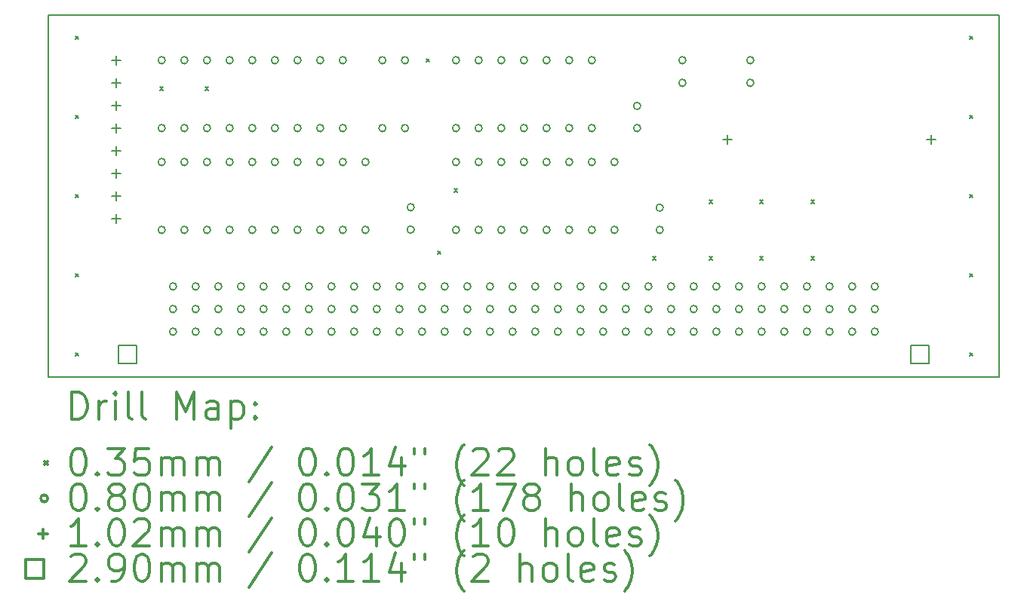
<source format=gbr>
%FSLAX45Y45*%
G04 Gerber Fmt 4.5, Leading zero omitted, Abs format (unit mm)*
G04 Created by KiCad (PCBNEW 4.0.1-stable) date 11.07.2016 22:37:17*
%MOMM*%
G01*
G04 APERTURE LIST*
%ADD10C,0.127000*%
%ADD11C,0.150000*%
%ADD12C,0.200000*%
%ADD13C,0.300000*%
G04 APERTURE END LIST*
D10*
D11*
X3810000Y-14478000D02*
X3810000Y-10414000D01*
X14478000Y-14478000D02*
X3810000Y-14478000D01*
X14478000Y-10414000D02*
X14478000Y-14478000D01*
X3810000Y-10414000D02*
X14478000Y-10414000D01*
D12*
X4110000Y-10650500D02*
X4145000Y-10685500D01*
X4145000Y-10650500D02*
X4110000Y-10685500D01*
X4110000Y-11539500D02*
X4145000Y-11574500D01*
X4145000Y-11539500D02*
X4110000Y-11574500D01*
X4110000Y-12428500D02*
X4145000Y-12463500D01*
X4145000Y-12428500D02*
X4110000Y-12463500D01*
X4110000Y-13317500D02*
X4145000Y-13352500D01*
X4145000Y-13317500D02*
X4110000Y-13352500D01*
X4110000Y-14206500D02*
X4145000Y-14241500D01*
X4145000Y-14206500D02*
X4110000Y-14241500D01*
X5062500Y-11222000D02*
X5097500Y-11257000D01*
X5097500Y-11222000D02*
X5062500Y-11257000D01*
X5570500Y-11222000D02*
X5605500Y-11257000D01*
X5605500Y-11222000D02*
X5570500Y-11257000D01*
X8047000Y-10904500D02*
X8082000Y-10939500D01*
X8082000Y-10904500D02*
X8047000Y-10939500D01*
X8174000Y-13063500D02*
X8209000Y-13098500D01*
X8209000Y-13063500D02*
X8174000Y-13098500D01*
X8364500Y-12365000D02*
X8399500Y-12400000D01*
X8399500Y-12365000D02*
X8364500Y-12400000D01*
X10587000Y-13127000D02*
X10622000Y-13162000D01*
X10622000Y-13127000D02*
X10587000Y-13162000D01*
X11222000Y-12492000D02*
X11257000Y-12527000D01*
X11257000Y-12492000D02*
X11222000Y-12527000D01*
X11222000Y-13127000D02*
X11257000Y-13162000D01*
X11257000Y-13127000D02*
X11222000Y-13162000D01*
X11793500Y-12492000D02*
X11828500Y-12527000D01*
X11828500Y-12492000D02*
X11793500Y-12527000D01*
X11793500Y-13127000D02*
X11828500Y-13162000D01*
X11828500Y-13127000D02*
X11793500Y-13162000D01*
X12365000Y-12492000D02*
X12400000Y-12527000D01*
X12400000Y-12492000D02*
X12365000Y-12527000D01*
X12365000Y-13127000D02*
X12400000Y-13162000D01*
X12400000Y-13127000D02*
X12365000Y-13162000D01*
X14143000Y-10650500D02*
X14178000Y-10685500D01*
X14178000Y-10650500D02*
X14143000Y-10685500D01*
X14143000Y-11539500D02*
X14178000Y-11574500D01*
X14178000Y-11539500D02*
X14143000Y-11574500D01*
X14143000Y-12428500D02*
X14178000Y-12463500D01*
X14178000Y-12428500D02*
X14143000Y-12463500D01*
X14143000Y-13317500D02*
X14178000Y-13352500D01*
X14178000Y-13317500D02*
X14143000Y-13352500D01*
X14143000Y-14206500D02*
X14178000Y-14241500D01*
X14178000Y-14206500D02*
X14143000Y-14241500D01*
X5120000Y-10922000D02*
G75*
G03X5120000Y-10922000I-40000J0D01*
G01*
X5120000Y-11684000D02*
G75*
G03X5120000Y-11684000I-40000J0D01*
G01*
X5120000Y-12065000D02*
G75*
G03X5120000Y-12065000I-40000J0D01*
G01*
X5120000Y-12827000D02*
G75*
G03X5120000Y-12827000I-40000J0D01*
G01*
X5247000Y-13462000D02*
G75*
G03X5247000Y-13462000I-40000J0D01*
G01*
X5247000Y-13716000D02*
G75*
G03X5247000Y-13716000I-40000J0D01*
G01*
X5247000Y-13970000D02*
G75*
G03X5247000Y-13970000I-40000J0D01*
G01*
X5374000Y-10922000D02*
G75*
G03X5374000Y-10922000I-40000J0D01*
G01*
X5374000Y-11684000D02*
G75*
G03X5374000Y-11684000I-40000J0D01*
G01*
X5374000Y-12065000D02*
G75*
G03X5374000Y-12065000I-40000J0D01*
G01*
X5374000Y-12827000D02*
G75*
G03X5374000Y-12827000I-40000J0D01*
G01*
X5501000Y-13462000D02*
G75*
G03X5501000Y-13462000I-40000J0D01*
G01*
X5501000Y-13716000D02*
G75*
G03X5501000Y-13716000I-40000J0D01*
G01*
X5501000Y-13970000D02*
G75*
G03X5501000Y-13970000I-40000J0D01*
G01*
X5628000Y-10922000D02*
G75*
G03X5628000Y-10922000I-40000J0D01*
G01*
X5628000Y-11684000D02*
G75*
G03X5628000Y-11684000I-40000J0D01*
G01*
X5628000Y-12065000D02*
G75*
G03X5628000Y-12065000I-40000J0D01*
G01*
X5628000Y-12827000D02*
G75*
G03X5628000Y-12827000I-40000J0D01*
G01*
X5755000Y-13462000D02*
G75*
G03X5755000Y-13462000I-40000J0D01*
G01*
X5755000Y-13716000D02*
G75*
G03X5755000Y-13716000I-40000J0D01*
G01*
X5755000Y-13970000D02*
G75*
G03X5755000Y-13970000I-40000J0D01*
G01*
X5882000Y-10922000D02*
G75*
G03X5882000Y-10922000I-40000J0D01*
G01*
X5882000Y-11684000D02*
G75*
G03X5882000Y-11684000I-40000J0D01*
G01*
X5882000Y-12065000D02*
G75*
G03X5882000Y-12065000I-40000J0D01*
G01*
X5882000Y-12827000D02*
G75*
G03X5882000Y-12827000I-40000J0D01*
G01*
X6009000Y-13462000D02*
G75*
G03X6009000Y-13462000I-40000J0D01*
G01*
X6009000Y-13716000D02*
G75*
G03X6009000Y-13716000I-40000J0D01*
G01*
X6009000Y-13970000D02*
G75*
G03X6009000Y-13970000I-40000J0D01*
G01*
X6136000Y-10922000D02*
G75*
G03X6136000Y-10922000I-40000J0D01*
G01*
X6136000Y-11684000D02*
G75*
G03X6136000Y-11684000I-40000J0D01*
G01*
X6136000Y-12065000D02*
G75*
G03X6136000Y-12065000I-40000J0D01*
G01*
X6136000Y-12827000D02*
G75*
G03X6136000Y-12827000I-40000J0D01*
G01*
X6263000Y-13462000D02*
G75*
G03X6263000Y-13462000I-40000J0D01*
G01*
X6263000Y-13716000D02*
G75*
G03X6263000Y-13716000I-40000J0D01*
G01*
X6263000Y-13970000D02*
G75*
G03X6263000Y-13970000I-40000J0D01*
G01*
X6390000Y-10922000D02*
G75*
G03X6390000Y-10922000I-40000J0D01*
G01*
X6390000Y-11684000D02*
G75*
G03X6390000Y-11684000I-40000J0D01*
G01*
X6390000Y-12065000D02*
G75*
G03X6390000Y-12065000I-40000J0D01*
G01*
X6390000Y-12827000D02*
G75*
G03X6390000Y-12827000I-40000J0D01*
G01*
X6517000Y-13462000D02*
G75*
G03X6517000Y-13462000I-40000J0D01*
G01*
X6517000Y-13716000D02*
G75*
G03X6517000Y-13716000I-40000J0D01*
G01*
X6517000Y-13970000D02*
G75*
G03X6517000Y-13970000I-40000J0D01*
G01*
X6644000Y-10922000D02*
G75*
G03X6644000Y-10922000I-40000J0D01*
G01*
X6644000Y-11684000D02*
G75*
G03X6644000Y-11684000I-40000J0D01*
G01*
X6644000Y-12065000D02*
G75*
G03X6644000Y-12065000I-40000J0D01*
G01*
X6644000Y-12827000D02*
G75*
G03X6644000Y-12827000I-40000J0D01*
G01*
X6771000Y-13462000D02*
G75*
G03X6771000Y-13462000I-40000J0D01*
G01*
X6771000Y-13716000D02*
G75*
G03X6771000Y-13716000I-40000J0D01*
G01*
X6771000Y-13970000D02*
G75*
G03X6771000Y-13970000I-40000J0D01*
G01*
X6898000Y-10922000D02*
G75*
G03X6898000Y-10922000I-40000J0D01*
G01*
X6898000Y-11684000D02*
G75*
G03X6898000Y-11684000I-40000J0D01*
G01*
X6898000Y-12065000D02*
G75*
G03X6898000Y-12065000I-40000J0D01*
G01*
X6898000Y-12827000D02*
G75*
G03X6898000Y-12827000I-40000J0D01*
G01*
X7025000Y-13462000D02*
G75*
G03X7025000Y-13462000I-40000J0D01*
G01*
X7025000Y-13716000D02*
G75*
G03X7025000Y-13716000I-40000J0D01*
G01*
X7025000Y-13970000D02*
G75*
G03X7025000Y-13970000I-40000J0D01*
G01*
X7152000Y-10922000D02*
G75*
G03X7152000Y-10922000I-40000J0D01*
G01*
X7152000Y-11684000D02*
G75*
G03X7152000Y-11684000I-40000J0D01*
G01*
X7152000Y-12065000D02*
G75*
G03X7152000Y-12065000I-40000J0D01*
G01*
X7152000Y-12827000D02*
G75*
G03X7152000Y-12827000I-40000J0D01*
G01*
X7279000Y-13462000D02*
G75*
G03X7279000Y-13462000I-40000J0D01*
G01*
X7279000Y-13716000D02*
G75*
G03X7279000Y-13716000I-40000J0D01*
G01*
X7279000Y-13970000D02*
G75*
G03X7279000Y-13970000I-40000J0D01*
G01*
X7406000Y-12065000D02*
G75*
G03X7406000Y-12065000I-40000J0D01*
G01*
X7406000Y-12827000D02*
G75*
G03X7406000Y-12827000I-40000J0D01*
G01*
X7533000Y-13462000D02*
G75*
G03X7533000Y-13462000I-40000J0D01*
G01*
X7533000Y-13716000D02*
G75*
G03X7533000Y-13716000I-40000J0D01*
G01*
X7533000Y-13970000D02*
G75*
G03X7533000Y-13970000I-40000J0D01*
G01*
X7596500Y-10922000D02*
G75*
G03X7596500Y-10922000I-40000J0D01*
G01*
X7596500Y-11684000D02*
G75*
G03X7596500Y-11684000I-40000J0D01*
G01*
X7787000Y-13462000D02*
G75*
G03X7787000Y-13462000I-40000J0D01*
G01*
X7787000Y-13716000D02*
G75*
G03X7787000Y-13716000I-40000J0D01*
G01*
X7787000Y-13970000D02*
G75*
G03X7787000Y-13970000I-40000J0D01*
G01*
X7850500Y-10922000D02*
G75*
G03X7850500Y-10922000I-40000J0D01*
G01*
X7850500Y-11684000D02*
G75*
G03X7850500Y-11684000I-40000J0D01*
G01*
X7914000Y-12573000D02*
G75*
G03X7914000Y-12573000I-40000J0D01*
G01*
X7914000Y-12823000D02*
G75*
G03X7914000Y-12823000I-40000J0D01*
G01*
X8041000Y-13462000D02*
G75*
G03X8041000Y-13462000I-40000J0D01*
G01*
X8041000Y-13716000D02*
G75*
G03X8041000Y-13716000I-40000J0D01*
G01*
X8041000Y-13970000D02*
G75*
G03X8041000Y-13970000I-40000J0D01*
G01*
X8295000Y-13462000D02*
G75*
G03X8295000Y-13462000I-40000J0D01*
G01*
X8295000Y-13716000D02*
G75*
G03X8295000Y-13716000I-40000J0D01*
G01*
X8295000Y-13970000D02*
G75*
G03X8295000Y-13970000I-40000J0D01*
G01*
X8422000Y-10922000D02*
G75*
G03X8422000Y-10922000I-40000J0D01*
G01*
X8422000Y-11684000D02*
G75*
G03X8422000Y-11684000I-40000J0D01*
G01*
X8422000Y-12065000D02*
G75*
G03X8422000Y-12065000I-40000J0D01*
G01*
X8422000Y-12827000D02*
G75*
G03X8422000Y-12827000I-40000J0D01*
G01*
X8549000Y-13462000D02*
G75*
G03X8549000Y-13462000I-40000J0D01*
G01*
X8549000Y-13716000D02*
G75*
G03X8549000Y-13716000I-40000J0D01*
G01*
X8549000Y-13970000D02*
G75*
G03X8549000Y-13970000I-40000J0D01*
G01*
X8676000Y-10922000D02*
G75*
G03X8676000Y-10922000I-40000J0D01*
G01*
X8676000Y-11684000D02*
G75*
G03X8676000Y-11684000I-40000J0D01*
G01*
X8676000Y-12065000D02*
G75*
G03X8676000Y-12065000I-40000J0D01*
G01*
X8676000Y-12827000D02*
G75*
G03X8676000Y-12827000I-40000J0D01*
G01*
X8803000Y-13462000D02*
G75*
G03X8803000Y-13462000I-40000J0D01*
G01*
X8803000Y-13716000D02*
G75*
G03X8803000Y-13716000I-40000J0D01*
G01*
X8803000Y-13970000D02*
G75*
G03X8803000Y-13970000I-40000J0D01*
G01*
X8930000Y-10922000D02*
G75*
G03X8930000Y-10922000I-40000J0D01*
G01*
X8930000Y-11684000D02*
G75*
G03X8930000Y-11684000I-40000J0D01*
G01*
X8930000Y-12065000D02*
G75*
G03X8930000Y-12065000I-40000J0D01*
G01*
X8930000Y-12827000D02*
G75*
G03X8930000Y-12827000I-40000J0D01*
G01*
X9057000Y-13462000D02*
G75*
G03X9057000Y-13462000I-40000J0D01*
G01*
X9057000Y-13716000D02*
G75*
G03X9057000Y-13716000I-40000J0D01*
G01*
X9057000Y-13970000D02*
G75*
G03X9057000Y-13970000I-40000J0D01*
G01*
X9184000Y-10922000D02*
G75*
G03X9184000Y-10922000I-40000J0D01*
G01*
X9184000Y-11684000D02*
G75*
G03X9184000Y-11684000I-40000J0D01*
G01*
X9184000Y-12065000D02*
G75*
G03X9184000Y-12065000I-40000J0D01*
G01*
X9184000Y-12827000D02*
G75*
G03X9184000Y-12827000I-40000J0D01*
G01*
X9311000Y-13462000D02*
G75*
G03X9311000Y-13462000I-40000J0D01*
G01*
X9311000Y-13716000D02*
G75*
G03X9311000Y-13716000I-40000J0D01*
G01*
X9311000Y-13970000D02*
G75*
G03X9311000Y-13970000I-40000J0D01*
G01*
X9438000Y-10922000D02*
G75*
G03X9438000Y-10922000I-40000J0D01*
G01*
X9438000Y-11684000D02*
G75*
G03X9438000Y-11684000I-40000J0D01*
G01*
X9438000Y-12065000D02*
G75*
G03X9438000Y-12065000I-40000J0D01*
G01*
X9438000Y-12827000D02*
G75*
G03X9438000Y-12827000I-40000J0D01*
G01*
X9565000Y-13462000D02*
G75*
G03X9565000Y-13462000I-40000J0D01*
G01*
X9565000Y-13716000D02*
G75*
G03X9565000Y-13716000I-40000J0D01*
G01*
X9565000Y-13970000D02*
G75*
G03X9565000Y-13970000I-40000J0D01*
G01*
X9692000Y-10922000D02*
G75*
G03X9692000Y-10922000I-40000J0D01*
G01*
X9692000Y-11684000D02*
G75*
G03X9692000Y-11684000I-40000J0D01*
G01*
X9692000Y-12065000D02*
G75*
G03X9692000Y-12065000I-40000J0D01*
G01*
X9692000Y-12827000D02*
G75*
G03X9692000Y-12827000I-40000J0D01*
G01*
X9819000Y-13462000D02*
G75*
G03X9819000Y-13462000I-40000J0D01*
G01*
X9819000Y-13716000D02*
G75*
G03X9819000Y-13716000I-40000J0D01*
G01*
X9819000Y-13970000D02*
G75*
G03X9819000Y-13970000I-40000J0D01*
G01*
X9946000Y-10922000D02*
G75*
G03X9946000Y-10922000I-40000J0D01*
G01*
X9946000Y-11684000D02*
G75*
G03X9946000Y-11684000I-40000J0D01*
G01*
X9946000Y-12065000D02*
G75*
G03X9946000Y-12065000I-40000J0D01*
G01*
X9946000Y-12827000D02*
G75*
G03X9946000Y-12827000I-40000J0D01*
G01*
X10073000Y-13462000D02*
G75*
G03X10073000Y-13462000I-40000J0D01*
G01*
X10073000Y-13716000D02*
G75*
G03X10073000Y-13716000I-40000J0D01*
G01*
X10073000Y-13970000D02*
G75*
G03X10073000Y-13970000I-40000J0D01*
G01*
X10200000Y-12065000D02*
G75*
G03X10200000Y-12065000I-40000J0D01*
G01*
X10200000Y-12827000D02*
G75*
G03X10200000Y-12827000I-40000J0D01*
G01*
X10327000Y-13462000D02*
G75*
G03X10327000Y-13462000I-40000J0D01*
G01*
X10327000Y-13716000D02*
G75*
G03X10327000Y-13716000I-40000J0D01*
G01*
X10327000Y-13970000D02*
G75*
G03X10327000Y-13970000I-40000J0D01*
G01*
X10454000Y-11434000D02*
G75*
G03X10454000Y-11434000I-40000J0D01*
G01*
X10454000Y-11684000D02*
G75*
G03X10454000Y-11684000I-40000J0D01*
G01*
X10581000Y-13462000D02*
G75*
G03X10581000Y-13462000I-40000J0D01*
G01*
X10581000Y-13716000D02*
G75*
G03X10581000Y-13716000I-40000J0D01*
G01*
X10581000Y-13970000D02*
G75*
G03X10581000Y-13970000I-40000J0D01*
G01*
X10708000Y-12577000D02*
G75*
G03X10708000Y-12577000I-40000J0D01*
G01*
X10708000Y-12827000D02*
G75*
G03X10708000Y-12827000I-40000J0D01*
G01*
X10835000Y-13462000D02*
G75*
G03X10835000Y-13462000I-40000J0D01*
G01*
X10835000Y-13716000D02*
G75*
G03X10835000Y-13716000I-40000J0D01*
G01*
X10835000Y-13970000D02*
G75*
G03X10835000Y-13970000I-40000J0D01*
G01*
X10962000Y-10922000D02*
G75*
G03X10962000Y-10922000I-40000J0D01*
G01*
X10962000Y-11176000D02*
G75*
G03X10962000Y-11176000I-40000J0D01*
G01*
X11089000Y-13462000D02*
G75*
G03X11089000Y-13462000I-40000J0D01*
G01*
X11089000Y-13716000D02*
G75*
G03X11089000Y-13716000I-40000J0D01*
G01*
X11089000Y-13970000D02*
G75*
G03X11089000Y-13970000I-40000J0D01*
G01*
X11343000Y-13462000D02*
G75*
G03X11343000Y-13462000I-40000J0D01*
G01*
X11343000Y-13716000D02*
G75*
G03X11343000Y-13716000I-40000J0D01*
G01*
X11343000Y-13970000D02*
G75*
G03X11343000Y-13970000I-40000J0D01*
G01*
X11597000Y-13462000D02*
G75*
G03X11597000Y-13462000I-40000J0D01*
G01*
X11597000Y-13716000D02*
G75*
G03X11597000Y-13716000I-40000J0D01*
G01*
X11597000Y-13970000D02*
G75*
G03X11597000Y-13970000I-40000J0D01*
G01*
X11724000Y-10922000D02*
G75*
G03X11724000Y-10922000I-40000J0D01*
G01*
X11724000Y-11176000D02*
G75*
G03X11724000Y-11176000I-40000J0D01*
G01*
X11851000Y-13462000D02*
G75*
G03X11851000Y-13462000I-40000J0D01*
G01*
X11851000Y-13716000D02*
G75*
G03X11851000Y-13716000I-40000J0D01*
G01*
X11851000Y-13970000D02*
G75*
G03X11851000Y-13970000I-40000J0D01*
G01*
X12105000Y-13462000D02*
G75*
G03X12105000Y-13462000I-40000J0D01*
G01*
X12105000Y-13716000D02*
G75*
G03X12105000Y-13716000I-40000J0D01*
G01*
X12105000Y-13970000D02*
G75*
G03X12105000Y-13970000I-40000J0D01*
G01*
X12359000Y-13462000D02*
G75*
G03X12359000Y-13462000I-40000J0D01*
G01*
X12359000Y-13716000D02*
G75*
G03X12359000Y-13716000I-40000J0D01*
G01*
X12359000Y-13970000D02*
G75*
G03X12359000Y-13970000I-40000J0D01*
G01*
X12613000Y-13462000D02*
G75*
G03X12613000Y-13462000I-40000J0D01*
G01*
X12613000Y-13716000D02*
G75*
G03X12613000Y-13716000I-40000J0D01*
G01*
X12613000Y-13970000D02*
G75*
G03X12613000Y-13970000I-40000J0D01*
G01*
X12867000Y-13462000D02*
G75*
G03X12867000Y-13462000I-40000J0D01*
G01*
X12867000Y-13716000D02*
G75*
G03X12867000Y-13716000I-40000J0D01*
G01*
X12867000Y-13970000D02*
G75*
G03X12867000Y-13970000I-40000J0D01*
G01*
X13121000Y-13462000D02*
G75*
G03X13121000Y-13462000I-40000J0D01*
G01*
X13121000Y-13716000D02*
G75*
G03X13121000Y-13716000I-40000J0D01*
G01*
X13121000Y-13970000D02*
G75*
G03X13121000Y-13970000I-40000J0D01*
G01*
X4572000Y-10871200D02*
X4572000Y-10972800D01*
X4521200Y-10922000D02*
X4622800Y-10922000D01*
X4572000Y-11125200D02*
X4572000Y-11226800D01*
X4521200Y-11176000D02*
X4622800Y-11176000D01*
X4572000Y-11379200D02*
X4572000Y-11480800D01*
X4521200Y-11430000D02*
X4622800Y-11430000D01*
X4572000Y-11633200D02*
X4572000Y-11734800D01*
X4521200Y-11684000D02*
X4622800Y-11684000D01*
X4572000Y-11887200D02*
X4572000Y-11988800D01*
X4521200Y-11938000D02*
X4622800Y-11938000D01*
X4572000Y-12141200D02*
X4572000Y-12242800D01*
X4521200Y-12192000D02*
X4622800Y-12192000D01*
X4572000Y-12395200D02*
X4572000Y-12496800D01*
X4521200Y-12446000D02*
X4622800Y-12446000D01*
X4572000Y-12649200D02*
X4572000Y-12750800D01*
X4521200Y-12700000D02*
X4622800Y-12700000D01*
X11430000Y-11760200D02*
X11430000Y-11861800D01*
X11379200Y-11811000D02*
X11480800Y-11811000D01*
X13716000Y-11760200D02*
X13716000Y-11861800D01*
X13665200Y-11811000D02*
X13766800Y-11811000D01*
X4801556Y-14326555D02*
X4801556Y-14121444D01*
X4596445Y-14121444D01*
X4596445Y-14326555D01*
X4801556Y-14326555D01*
X13691555Y-14326555D02*
X13691555Y-14121444D01*
X13486444Y-14121444D01*
X13486444Y-14326555D01*
X13691555Y-14326555D01*
D13*
X4073928Y-14951214D02*
X4073928Y-14651214D01*
X4145357Y-14651214D01*
X4188214Y-14665500D01*
X4216786Y-14694071D01*
X4231071Y-14722643D01*
X4245357Y-14779786D01*
X4245357Y-14822643D01*
X4231071Y-14879786D01*
X4216786Y-14908357D01*
X4188214Y-14936929D01*
X4145357Y-14951214D01*
X4073928Y-14951214D01*
X4373929Y-14951214D02*
X4373929Y-14751214D01*
X4373929Y-14808357D02*
X4388214Y-14779786D01*
X4402500Y-14765500D01*
X4431071Y-14751214D01*
X4459643Y-14751214D01*
X4559643Y-14951214D02*
X4559643Y-14751214D01*
X4559643Y-14651214D02*
X4545357Y-14665500D01*
X4559643Y-14679786D01*
X4573929Y-14665500D01*
X4559643Y-14651214D01*
X4559643Y-14679786D01*
X4745357Y-14951214D02*
X4716786Y-14936929D01*
X4702500Y-14908357D01*
X4702500Y-14651214D01*
X4902500Y-14951214D02*
X4873929Y-14936929D01*
X4859643Y-14908357D01*
X4859643Y-14651214D01*
X5245357Y-14951214D02*
X5245357Y-14651214D01*
X5345357Y-14865500D01*
X5445357Y-14651214D01*
X5445357Y-14951214D01*
X5716786Y-14951214D02*
X5716786Y-14794071D01*
X5702500Y-14765500D01*
X5673928Y-14751214D01*
X5616786Y-14751214D01*
X5588214Y-14765500D01*
X5716786Y-14936929D02*
X5688214Y-14951214D01*
X5616786Y-14951214D01*
X5588214Y-14936929D01*
X5573929Y-14908357D01*
X5573929Y-14879786D01*
X5588214Y-14851214D01*
X5616786Y-14836929D01*
X5688214Y-14836929D01*
X5716786Y-14822643D01*
X5859643Y-14751214D02*
X5859643Y-15051214D01*
X5859643Y-14765500D02*
X5888214Y-14751214D01*
X5945357Y-14751214D01*
X5973928Y-14765500D01*
X5988214Y-14779786D01*
X6002500Y-14808357D01*
X6002500Y-14894071D01*
X5988214Y-14922643D01*
X5973928Y-14936929D01*
X5945357Y-14951214D01*
X5888214Y-14951214D01*
X5859643Y-14936929D01*
X6131071Y-14922643D02*
X6145357Y-14936929D01*
X6131071Y-14951214D01*
X6116786Y-14936929D01*
X6131071Y-14922643D01*
X6131071Y-14951214D01*
X6131071Y-14765500D02*
X6145357Y-14779786D01*
X6131071Y-14794071D01*
X6116786Y-14779786D01*
X6131071Y-14765500D01*
X6131071Y-14794071D01*
X3767500Y-15428000D02*
X3802500Y-15463000D01*
X3802500Y-15428000D02*
X3767500Y-15463000D01*
X4131071Y-15281214D02*
X4159643Y-15281214D01*
X4188214Y-15295500D01*
X4202500Y-15309786D01*
X4216786Y-15338357D01*
X4231071Y-15395500D01*
X4231071Y-15466929D01*
X4216786Y-15524071D01*
X4202500Y-15552643D01*
X4188214Y-15566929D01*
X4159643Y-15581214D01*
X4131071Y-15581214D01*
X4102500Y-15566929D01*
X4088214Y-15552643D01*
X4073928Y-15524071D01*
X4059643Y-15466929D01*
X4059643Y-15395500D01*
X4073928Y-15338357D01*
X4088214Y-15309786D01*
X4102500Y-15295500D01*
X4131071Y-15281214D01*
X4359643Y-15552643D02*
X4373929Y-15566929D01*
X4359643Y-15581214D01*
X4345357Y-15566929D01*
X4359643Y-15552643D01*
X4359643Y-15581214D01*
X4473928Y-15281214D02*
X4659643Y-15281214D01*
X4559643Y-15395500D01*
X4602500Y-15395500D01*
X4631071Y-15409786D01*
X4645357Y-15424071D01*
X4659643Y-15452643D01*
X4659643Y-15524071D01*
X4645357Y-15552643D01*
X4631071Y-15566929D01*
X4602500Y-15581214D01*
X4516786Y-15581214D01*
X4488214Y-15566929D01*
X4473928Y-15552643D01*
X4931071Y-15281214D02*
X4788214Y-15281214D01*
X4773929Y-15424071D01*
X4788214Y-15409786D01*
X4816786Y-15395500D01*
X4888214Y-15395500D01*
X4916786Y-15409786D01*
X4931071Y-15424071D01*
X4945357Y-15452643D01*
X4945357Y-15524071D01*
X4931071Y-15552643D01*
X4916786Y-15566929D01*
X4888214Y-15581214D01*
X4816786Y-15581214D01*
X4788214Y-15566929D01*
X4773929Y-15552643D01*
X5073929Y-15581214D02*
X5073929Y-15381214D01*
X5073929Y-15409786D02*
X5088214Y-15395500D01*
X5116786Y-15381214D01*
X5159643Y-15381214D01*
X5188214Y-15395500D01*
X5202500Y-15424071D01*
X5202500Y-15581214D01*
X5202500Y-15424071D02*
X5216786Y-15395500D01*
X5245357Y-15381214D01*
X5288214Y-15381214D01*
X5316786Y-15395500D01*
X5331071Y-15424071D01*
X5331071Y-15581214D01*
X5473929Y-15581214D02*
X5473929Y-15381214D01*
X5473929Y-15409786D02*
X5488214Y-15395500D01*
X5516786Y-15381214D01*
X5559643Y-15381214D01*
X5588214Y-15395500D01*
X5602500Y-15424071D01*
X5602500Y-15581214D01*
X5602500Y-15424071D02*
X5616786Y-15395500D01*
X5645357Y-15381214D01*
X5688214Y-15381214D01*
X5716786Y-15395500D01*
X5731071Y-15424071D01*
X5731071Y-15581214D01*
X6316786Y-15266929D02*
X6059643Y-15652643D01*
X6702500Y-15281214D02*
X6731071Y-15281214D01*
X6759643Y-15295500D01*
X6773928Y-15309786D01*
X6788214Y-15338357D01*
X6802500Y-15395500D01*
X6802500Y-15466929D01*
X6788214Y-15524071D01*
X6773928Y-15552643D01*
X6759643Y-15566929D01*
X6731071Y-15581214D01*
X6702500Y-15581214D01*
X6673928Y-15566929D01*
X6659643Y-15552643D01*
X6645357Y-15524071D01*
X6631071Y-15466929D01*
X6631071Y-15395500D01*
X6645357Y-15338357D01*
X6659643Y-15309786D01*
X6673928Y-15295500D01*
X6702500Y-15281214D01*
X6931071Y-15552643D02*
X6945357Y-15566929D01*
X6931071Y-15581214D01*
X6916786Y-15566929D01*
X6931071Y-15552643D01*
X6931071Y-15581214D01*
X7131071Y-15281214D02*
X7159643Y-15281214D01*
X7188214Y-15295500D01*
X7202500Y-15309786D01*
X7216785Y-15338357D01*
X7231071Y-15395500D01*
X7231071Y-15466929D01*
X7216785Y-15524071D01*
X7202500Y-15552643D01*
X7188214Y-15566929D01*
X7159643Y-15581214D01*
X7131071Y-15581214D01*
X7102500Y-15566929D01*
X7088214Y-15552643D01*
X7073928Y-15524071D01*
X7059643Y-15466929D01*
X7059643Y-15395500D01*
X7073928Y-15338357D01*
X7088214Y-15309786D01*
X7102500Y-15295500D01*
X7131071Y-15281214D01*
X7516785Y-15581214D02*
X7345357Y-15581214D01*
X7431071Y-15581214D02*
X7431071Y-15281214D01*
X7402500Y-15324071D01*
X7373928Y-15352643D01*
X7345357Y-15366929D01*
X7773928Y-15381214D02*
X7773928Y-15581214D01*
X7702500Y-15266929D02*
X7631071Y-15481214D01*
X7816785Y-15481214D01*
X7916786Y-15281214D02*
X7916786Y-15338357D01*
X8031071Y-15281214D02*
X8031071Y-15338357D01*
X8473928Y-15695500D02*
X8459643Y-15681214D01*
X8431071Y-15638357D01*
X8416786Y-15609786D01*
X8402500Y-15566929D01*
X8388214Y-15495500D01*
X8388214Y-15438357D01*
X8402500Y-15366929D01*
X8416786Y-15324071D01*
X8431071Y-15295500D01*
X8459643Y-15252643D01*
X8473928Y-15238357D01*
X8573928Y-15309786D02*
X8588214Y-15295500D01*
X8616786Y-15281214D01*
X8688214Y-15281214D01*
X8716786Y-15295500D01*
X8731071Y-15309786D01*
X8745357Y-15338357D01*
X8745357Y-15366929D01*
X8731071Y-15409786D01*
X8559643Y-15581214D01*
X8745357Y-15581214D01*
X8859643Y-15309786D02*
X8873928Y-15295500D01*
X8902500Y-15281214D01*
X8973928Y-15281214D01*
X9002500Y-15295500D01*
X9016786Y-15309786D01*
X9031071Y-15338357D01*
X9031071Y-15366929D01*
X9016786Y-15409786D01*
X8845357Y-15581214D01*
X9031071Y-15581214D01*
X9388214Y-15581214D02*
X9388214Y-15281214D01*
X9516786Y-15581214D02*
X9516786Y-15424071D01*
X9502500Y-15395500D01*
X9473928Y-15381214D01*
X9431071Y-15381214D01*
X9402500Y-15395500D01*
X9388214Y-15409786D01*
X9702500Y-15581214D02*
X9673928Y-15566929D01*
X9659643Y-15552643D01*
X9645357Y-15524071D01*
X9645357Y-15438357D01*
X9659643Y-15409786D01*
X9673928Y-15395500D01*
X9702500Y-15381214D01*
X9745357Y-15381214D01*
X9773928Y-15395500D01*
X9788214Y-15409786D01*
X9802500Y-15438357D01*
X9802500Y-15524071D01*
X9788214Y-15552643D01*
X9773928Y-15566929D01*
X9745357Y-15581214D01*
X9702500Y-15581214D01*
X9973928Y-15581214D02*
X9945357Y-15566929D01*
X9931071Y-15538357D01*
X9931071Y-15281214D01*
X10202500Y-15566929D02*
X10173929Y-15581214D01*
X10116786Y-15581214D01*
X10088214Y-15566929D01*
X10073929Y-15538357D01*
X10073929Y-15424071D01*
X10088214Y-15395500D01*
X10116786Y-15381214D01*
X10173929Y-15381214D01*
X10202500Y-15395500D01*
X10216786Y-15424071D01*
X10216786Y-15452643D01*
X10073929Y-15481214D01*
X10331071Y-15566929D02*
X10359643Y-15581214D01*
X10416786Y-15581214D01*
X10445357Y-15566929D01*
X10459643Y-15538357D01*
X10459643Y-15524071D01*
X10445357Y-15495500D01*
X10416786Y-15481214D01*
X10373929Y-15481214D01*
X10345357Y-15466929D01*
X10331071Y-15438357D01*
X10331071Y-15424071D01*
X10345357Y-15395500D01*
X10373929Y-15381214D01*
X10416786Y-15381214D01*
X10445357Y-15395500D01*
X10559643Y-15695500D02*
X10573929Y-15681214D01*
X10602500Y-15638357D01*
X10616786Y-15609786D01*
X10631071Y-15566929D01*
X10645357Y-15495500D01*
X10645357Y-15438357D01*
X10631071Y-15366929D01*
X10616786Y-15324071D01*
X10602500Y-15295500D01*
X10573929Y-15252643D01*
X10559643Y-15238357D01*
X3802500Y-15841500D02*
G75*
G03X3802500Y-15841500I-40000J0D01*
G01*
X4131071Y-15677214D02*
X4159643Y-15677214D01*
X4188214Y-15691500D01*
X4202500Y-15705786D01*
X4216786Y-15734357D01*
X4231071Y-15791500D01*
X4231071Y-15862929D01*
X4216786Y-15920071D01*
X4202500Y-15948643D01*
X4188214Y-15962929D01*
X4159643Y-15977214D01*
X4131071Y-15977214D01*
X4102500Y-15962929D01*
X4088214Y-15948643D01*
X4073928Y-15920071D01*
X4059643Y-15862929D01*
X4059643Y-15791500D01*
X4073928Y-15734357D01*
X4088214Y-15705786D01*
X4102500Y-15691500D01*
X4131071Y-15677214D01*
X4359643Y-15948643D02*
X4373929Y-15962929D01*
X4359643Y-15977214D01*
X4345357Y-15962929D01*
X4359643Y-15948643D01*
X4359643Y-15977214D01*
X4545357Y-15805786D02*
X4516786Y-15791500D01*
X4502500Y-15777214D01*
X4488214Y-15748643D01*
X4488214Y-15734357D01*
X4502500Y-15705786D01*
X4516786Y-15691500D01*
X4545357Y-15677214D01*
X4602500Y-15677214D01*
X4631071Y-15691500D01*
X4645357Y-15705786D01*
X4659643Y-15734357D01*
X4659643Y-15748643D01*
X4645357Y-15777214D01*
X4631071Y-15791500D01*
X4602500Y-15805786D01*
X4545357Y-15805786D01*
X4516786Y-15820071D01*
X4502500Y-15834357D01*
X4488214Y-15862929D01*
X4488214Y-15920071D01*
X4502500Y-15948643D01*
X4516786Y-15962929D01*
X4545357Y-15977214D01*
X4602500Y-15977214D01*
X4631071Y-15962929D01*
X4645357Y-15948643D01*
X4659643Y-15920071D01*
X4659643Y-15862929D01*
X4645357Y-15834357D01*
X4631071Y-15820071D01*
X4602500Y-15805786D01*
X4845357Y-15677214D02*
X4873929Y-15677214D01*
X4902500Y-15691500D01*
X4916786Y-15705786D01*
X4931071Y-15734357D01*
X4945357Y-15791500D01*
X4945357Y-15862929D01*
X4931071Y-15920071D01*
X4916786Y-15948643D01*
X4902500Y-15962929D01*
X4873929Y-15977214D01*
X4845357Y-15977214D01*
X4816786Y-15962929D01*
X4802500Y-15948643D01*
X4788214Y-15920071D01*
X4773929Y-15862929D01*
X4773929Y-15791500D01*
X4788214Y-15734357D01*
X4802500Y-15705786D01*
X4816786Y-15691500D01*
X4845357Y-15677214D01*
X5073929Y-15977214D02*
X5073929Y-15777214D01*
X5073929Y-15805786D02*
X5088214Y-15791500D01*
X5116786Y-15777214D01*
X5159643Y-15777214D01*
X5188214Y-15791500D01*
X5202500Y-15820071D01*
X5202500Y-15977214D01*
X5202500Y-15820071D02*
X5216786Y-15791500D01*
X5245357Y-15777214D01*
X5288214Y-15777214D01*
X5316786Y-15791500D01*
X5331071Y-15820071D01*
X5331071Y-15977214D01*
X5473929Y-15977214D02*
X5473929Y-15777214D01*
X5473929Y-15805786D02*
X5488214Y-15791500D01*
X5516786Y-15777214D01*
X5559643Y-15777214D01*
X5588214Y-15791500D01*
X5602500Y-15820071D01*
X5602500Y-15977214D01*
X5602500Y-15820071D02*
X5616786Y-15791500D01*
X5645357Y-15777214D01*
X5688214Y-15777214D01*
X5716786Y-15791500D01*
X5731071Y-15820071D01*
X5731071Y-15977214D01*
X6316786Y-15662929D02*
X6059643Y-16048643D01*
X6702500Y-15677214D02*
X6731071Y-15677214D01*
X6759643Y-15691500D01*
X6773928Y-15705786D01*
X6788214Y-15734357D01*
X6802500Y-15791500D01*
X6802500Y-15862929D01*
X6788214Y-15920071D01*
X6773928Y-15948643D01*
X6759643Y-15962929D01*
X6731071Y-15977214D01*
X6702500Y-15977214D01*
X6673928Y-15962929D01*
X6659643Y-15948643D01*
X6645357Y-15920071D01*
X6631071Y-15862929D01*
X6631071Y-15791500D01*
X6645357Y-15734357D01*
X6659643Y-15705786D01*
X6673928Y-15691500D01*
X6702500Y-15677214D01*
X6931071Y-15948643D02*
X6945357Y-15962929D01*
X6931071Y-15977214D01*
X6916786Y-15962929D01*
X6931071Y-15948643D01*
X6931071Y-15977214D01*
X7131071Y-15677214D02*
X7159643Y-15677214D01*
X7188214Y-15691500D01*
X7202500Y-15705786D01*
X7216785Y-15734357D01*
X7231071Y-15791500D01*
X7231071Y-15862929D01*
X7216785Y-15920071D01*
X7202500Y-15948643D01*
X7188214Y-15962929D01*
X7159643Y-15977214D01*
X7131071Y-15977214D01*
X7102500Y-15962929D01*
X7088214Y-15948643D01*
X7073928Y-15920071D01*
X7059643Y-15862929D01*
X7059643Y-15791500D01*
X7073928Y-15734357D01*
X7088214Y-15705786D01*
X7102500Y-15691500D01*
X7131071Y-15677214D01*
X7331071Y-15677214D02*
X7516785Y-15677214D01*
X7416785Y-15791500D01*
X7459643Y-15791500D01*
X7488214Y-15805786D01*
X7502500Y-15820071D01*
X7516785Y-15848643D01*
X7516785Y-15920071D01*
X7502500Y-15948643D01*
X7488214Y-15962929D01*
X7459643Y-15977214D01*
X7373928Y-15977214D01*
X7345357Y-15962929D01*
X7331071Y-15948643D01*
X7802500Y-15977214D02*
X7631071Y-15977214D01*
X7716785Y-15977214D02*
X7716785Y-15677214D01*
X7688214Y-15720071D01*
X7659643Y-15748643D01*
X7631071Y-15762929D01*
X7916786Y-15677214D02*
X7916786Y-15734357D01*
X8031071Y-15677214D02*
X8031071Y-15734357D01*
X8473928Y-16091500D02*
X8459643Y-16077214D01*
X8431071Y-16034357D01*
X8416786Y-16005786D01*
X8402500Y-15962929D01*
X8388214Y-15891500D01*
X8388214Y-15834357D01*
X8402500Y-15762929D01*
X8416786Y-15720071D01*
X8431071Y-15691500D01*
X8459643Y-15648643D01*
X8473928Y-15634357D01*
X8745357Y-15977214D02*
X8573928Y-15977214D01*
X8659643Y-15977214D02*
X8659643Y-15677214D01*
X8631071Y-15720071D01*
X8602500Y-15748643D01*
X8573928Y-15762929D01*
X8845357Y-15677214D02*
X9045357Y-15677214D01*
X8916786Y-15977214D01*
X9202500Y-15805786D02*
X9173928Y-15791500D01*
X9159643Y-15777214D01*
X9145357Y-15748643D01*
X9145357Y-15734357D01*
X9159643Y-15705786D01*
X9173928Y-15691500D01*
X9202500Y-15677214D01*
X9259643Y-15677214D01*
X9288214Y-15691500D01*
X9302500Y-15705786D01*
X9316786Y-15734357D01*
X9316786Y-15748643D01*
X9302500Y-15777214D01*
X9288214Y-15791500D01*
X9259643Y-15805786D01*
X9202500Y-15805786D01*
X9173928Y-15820071D01*
X9159643Y-15834357D01*
X9145357Y-15862929D01*
X9145357Y-15920071D01*
X9159643Y-15948643D01*
X9173928Y-15962929D01*
X9202500Y-15977214D01*
X9259643Y-15977214D01*
X9288214Y-15962929D01*
X9302500Y-15948643D01*
X9316786Y-15920071D01*
X9316786Y-15862929D01*
X9302500Y-15834357D01*
X9288214Y-15820071D01*
X9259643Y-15805786D01*
X9673928Y-15977214D02*
X9673928Y-15677214D01*
X9802500Y-15977214D02*
X9802500Y-15820071D01*
X9788214Y-15791500D01*
X9759643Y-15777214D01*
X9716786Y-15777214D01*
X9688214Y-15791500D01*
X9673928Y-15805786D01*
X9988214Y-15977214D02*
X9959643Y-15962929D01*
X9945357Y-15948643D01*
X9931071Y-15920071D01*
X9931071Y-15834357D01*
X9945357Y-15805786D01*
X9959643Y-15791500D01*
X9988214Y-15777214D01*
X10031071Y-15777214D01*
X10059643Y-15791500D01*
X10073928Y-15805786D01*
X10088214Y-15834357D01*
X10088214Y-15920071D01*
X10073928Y-15948643D01*
X10059643Y-15962929D01*
X10031071Y-15977214D01*
X9988214Y-15977214D01*
X10259643Y-15977214D02*
X10231071Y-15962929D01*
X10216786Y-15934357D01*
X10216786Y-15677214D01*
X10488214Y-15962929D02*
X10459643Y-15977214D01*
X10402500Y-15977214D01*
X10373929Y-15962929D01*
X10359643Y-15934357D01*
X10359643Y-15820071D01*
X10373929Y-15791500D01*
X10402500Y-15777214D01*
X10459643Y-15777214D01*
X10488214Y-15791500D01*
X10502500Y-15820071D01*
X10502500Y-15848643D01*
X10359643Y-15877214D01*
X10616786Y-15962929D02*
X10645357Y-15977214D01*
X10702500Y-15977214D01*
X10731071Y-15962929D01*
X10745357Y-15934357D01*
X10745357Y-15920071D01*
X10731071Y-15891500D01*
X10702500Y-15877214D01*
X10659643Y-15877214D01*
X10631071Y-15862929D01*
X10616786Y-15834357D01*
X10616786Y-15820071D01*
X10631071Y-15791500D01*
X10659643Y-15777214D01*
X10702500Y-15777214D01*
X10731071Y-15791500D01*
X10845357Y-16091500D02*
X10859643Y-16077214D01*
X10888214Y-16034357D01*
X10902500Y-16005786D01*
X10916786Y-15962929D01*
X10931071Y-15891500D01*
X10931071Y-15834357D01*
X10916786Y-15762929D01*
X10902500Y-15720071D01*
X10888214Y-15691500D01*
X10859643Y-15648643D01*
X10845357Y-15634357D01*
X3751700Y-16186700D02*
X3751700Y-16288300D01*
X3700900Y-16237500D02*
X3802500Y-16237500D01*
X4231071Y-16373214D02*
X4059643Y-16373214D01*
X4145357Y-16373214D02*
X4145357Y-16073214D01*
X4116786Y-16116071D01*
X4088214Y-16144643D01*
X4059643Y-16158929D01*
X4359643Y-16344643D02*
X4373929Y-16358929D01*
X4359643Y-16373214D01*
X4345357Y-16358929D01*
X4359643Y-16344643D01*
X4359643Y-16373214D01*
X4559643Y-16073214D02*
X4588214Y-16073214D01*
X4616786Y-16087500D01*
X4631071Y-16101786D01*
X4645357Y-16130357D01*
X4659643Y-16187500D01*
X4659643Y-16258929D01*
X4645357Y-16316071D01*
X4631071Y-16344643D01*
X4616786Y-16358929D01*
X4588214Y-16373214D01*
X4559643Y-16373214D01*
X4531071Y-16358929D01*
X4516786Y-16344643D01*
X4502500Y-16316071D01*
X4488214Y-16258929D01*
X4488214Y-16187500D01*
X4502500Y-16130357D01*
X4516786Y-16101786D01*
X4531071Y-16087500D01*
X4559643Y-16073214D01*
X4773929Y-16101786D02*
X4788214Y-16087500D01*
X4816786Y-16073214D01*
X4888214Y-16073214D01*
X4916786Y-16087500D01*
X4931071Y-16101786D01*
X4945357Y-16130357D01*
X4945357Y-16158929D01*
X4931071Y-16201786D01*
X4759643Y-16373214D01*
X4945357Y-16373214D01*
X5073929Y-16373214D02*
X5073929Y-16173214D01*
X5073929Y-16201786D02*
X5088214Y-16187500D01*
X5116786Y-16173214D01*
X5159643Y-16173214D01*
X5188214Y-16187500D01*
X5202500Y-16216071D01*
X5202500Y-16373214D01*
X5202500Y-16216071D02*
X5216786Y-16187500D01*
X5245357Y-16173214D01*
X5288214Y-16173214D01*
X5316786Y-16187500D01*
X5331071Y-16216071D01*
X5331071Y-16373214D01*
X5473929Y-16373214D02*
X5473929Y-16173214D01*
X5473929Y-16201786D02*
X5488214Y-16187500D01*
X5516786Y-16173214D01*
X5559643Y-16173214D01*
X5588214Y-16187500D01*
X5602500Y-16216071D01*
X5602500Y-16373214D01*
X5602500Y-16216071D02*
X5616786Y-16187500D01*
X5645357Y-16173214D01*
X5688214Y-16173214D01*
X5716786Y-16187500D01*
X5731071Y-16216071D01*
X5731071Y-16373214D01*
X6316786Y-16058929D02*
X6059643Y-16444643D01*
X6702500Y-16073214D02*
X6731071Y-16073214D01*
X6759643Y-16087500D01*
X6773928Y-16101786D01*
X6788214Y-16130357D01*
X6802500Y-16187500D01*
X6802500Y-16258929D01*
X6788214Y-16316071D01*
X6773928Y-16344643D01*
X6759643Y-16358929D01*
X6731071Y-16373214D01*
X6702500Y-16373214D01*
X6673928Y-16358929D01*
X6659643Y-16344643D01*
X6645357Y-16316071D01*
X6631071Y-16258929D01*
X6631071Y-16187500D01*
X6645357Y-16130357D01*
X6659643Y-16101786D01*
X6673928Y-16087500D01*
X6702500Y-16073214D01*
X6931071Y-16344643D02*
X6945357Y-16358929D01*
X6931071Y-16373214D01*
X6916786Y-16358929D01*
X6931071Y-16344643D01*
X6931071Y-16373214D01*
X7131071Y-16073214D02*
X7159643Y-16073214D01*
X7188214Y-16087500D01*
X7202500Y-16101786D01*
X7216785Y-16130357D01*
X7231071Y-16187500D01*
X7231071Y-16258929D01*
X7216785Y-16316071D01*
X7202500Y-16344643D01*
X7188214Y-16358929D01*
X7159643Y-16373214D01*
X7131071Y-16373214D01*
X7102500Y-16358929D01*
X7088214Y-16344643D01*
X7073928Y-16316071D01*
X7059643Y-16258929D01*
X7059643Y-16187500D01*
X7073928Y-16130357D01*
X7088214Y-16101786D01*
X7102500Y-16087500D01*
X7131071Y-16073214D01*
X7488214Y-16173214D02*
X7488214Y-16373214D01*
X7416785Y-16058929D02*
X7345357Y-16273214D01*
X7531071Y-16273214D01*
X7702500Y-16073214D02*
X7731071Y-16073214D01*
X7759643Y-16087500D01*
X7773928Y-16101786D01*
X7788214Y-16130357D01*
X7802500Y-16187500D01*
X7802500Y-16258929D01*
X7788214Y-16316071D01*
X7773928Y-16344643D01*
X7759643Y-16358929D01*
X7731071Y-16373214D01*
X7702500Y-16373214D01*
X7673928Y-16358929D01*
X7659643Y-16344643D01*
X7645357Y-16316071D01*
X7631071Y-16258929D01*
X7631071Y-16187500D01*
X7645357Y-16130357D01*
X7659643Y-16101786D01*
X7673928Y-16087500D01*
X7702500Y-16073214D01*
X7916786Y-16073214D02*
X7916786Y-16130357D01*
X8031071Y-16073214D02*
X8031071Y-16130357D01*
X8473928Y-16487500D02*
X8459643Y-16473214D01*
X8431071Y-16430357D01*
X8416786Y-16401786D01*
X8402500Y-16358929D01*
X8388214Y-16287500D01*
X8388214Y-16230357D01*
X8402500Y-16158929D01*
X8416786Y-16116071D01*
X8431071Y-16087500D01*
X8459643Y-16044643D01*
X8473928Y-16030357D01*
X8745357Y-16373214D02*
X8573928Y-16373214D01*
X8659643Y-16373214D02*
X8659643Y-16073214D01*
X8631071Y-16116071D01*
X8602500Y-16144643D01*
X8573928Y-16158929D01*
X8931071Y-16073214D02*
X8959643Y-16073214D01*
X8988214Y-16087500D01*
X9002500Y-16101786D01*
X9016786Y-16130357D01*
X9031071Y-16187500D01*
X9031071Y-16258929D01*
X9016786Y-16316071D01*
X9002500Y-16344643D01*
X8988214Y-16358929D01*
X8959643Y-16373214D01*
X8931071Y-16373214D01*
X8902500Y-16358929D01*
X8888214Y-16344643D01*
X8873928Y-16316071D01*
X8859643Y-16258929D01*
X8859643Y-16187500D01*
X8873928Y-16130357D01*
X8888214Y-16101786D01*
X8902500Y-16087500D01*
X8931071Y-16073214D01*
X9388214Y-16373214D02*
X9388214Y-16073214D01*
X9516786Y-16373214D02*
X9516786Y-16216071D01*
X9502500Y-16187500D01*
X9473928Y-16173214D01*
X9431071Y-16173214D01*
X9402500Y-16187500D01*
X9388214Y-16201786D01*
X9702500Y-16373214D02*
X9673928Y-16358929D01*
X9659643Y-16344643D01*
X9645357Y-16316071D01*
X9645357Y-16230357D01*
X9659643Y-16201786D01*
X9673928Y-16187500D01*
X9702500Y-16173214D01*
X9745357Y-16173214D01*
X9773928Y-16187500D01*
X9788214Y-16201786D01*
X9802500Y-16230357D01*
X9802500Y-16316071D01*
X9788214Y-16344643D01*
X9773928Y-16358929D01*
X9745357Y-16373214D01*
X9702500Y-16373214D01*
X9973928Y-16373214D02*
X9945357Y-16358929D01*
X9931071Y-16330357D01*
X9931071Y-16073214D01*
X10202500Y-16358929D02*
X10173929Y-16373214D01*
X10116786Y-16373214D01*
X10088214Y-16358929D01*
X10073929Y-16330357D01*
X10073929Y-16216071D01*
X10088214Y-16187500D01*
X10116786Y-16173214D01*
X10173929Y-16173214D01*
X10202500Y-16187500D01*
X10216786Y-16216071D01*
X10216786Y-16244643D01*
X10073929Y-16273214D01*
X10331071Y-16358929D02*
X10359643Y-16373214D01*
X10416786Y-16373214D01*
X10445357Y-16358929D01*
X10459643Y-16330357D01*
X10459643Y-16316071D01*
X10445357Y-16287500D01*
X10416786Y-16273214D01*
X10373929Y-16273214D01*
X10345357Y-16258929D01*
X10331071Y-16230357D01*
X10331071Y-16216071D01*
X10345357Y-16187500D01*
X10373929Y-16173214D01*
X10416786Y-16173214D01*
X10445357Y-16187500D01*
X10559643Y-16487500D02*
X10573929Y-16473214D01*
X10602500Y-16430357D01*
X10616786Y-16401786D01*
X10631071Y-16358929D01*
X10645357Y-16287500D01*
X10645357Y-16230357D01*
X10631071Y-16158929D01*
X10616786Y-16116071D01*
X10602500Y-16087500D01*
X10573929Y-16044643D01*
X10559643Y-16030357D01*
X3760021Y-16736056D02*
X3760021Y-16530945D01*
X3554910Y-16530945D01*
X3554910Y-16736056D01*
X3760021Y-16736056D01*
X4059643Y-16497786D02*
X4073928Y-16483500D01*
X4102500Y-16469214D01*
X4173928Y-16469214D01*
X4202500Y-16483500D01*
X4216786Y-16497786D01*
X4231071Y-16526357D01*
X4231071Y-16554929D01*
X4216786Y-16597786D01*
X4045357Y-16769214D01*
X4231071Y-16769214D01*
X4359643Y-16740643D02*
X4373929Y-16754929D01*
X4359643Y-16769214D01*
X4345357Y-16754929D01*
X4359643Y-16740643D01*
X4359643Y-16769214D01*
X4516786Y-16769214D02*
X4573928Y-16769214D01*
X4602500Y-16754929D01*
X4616786Y-16740643D01*
X4645357Y-16697786D01*
X4659643Y-16640643D01*
X4659643Y-16526357D01*
X4645357Y-16497786D01*
X4631071Y-16483500D01*
X4602500Y-16469214D01*
X4545357Y-16469214D01*
X4516786Y-16483500D01*
X4502500Y-16497786D01*
X4488214Y-16526357D01*
X4488214Y-16597786D01*
X4502500Y-16626357D01*
X4516786Y-16640643D01*
X4545357Y-16654929D01*
X4602500Y-16654929D01*
X4631071Y-16640643D01*
X4645357Y-16626357D01*
X4659643Y-16597786D01*
X4845357Y-16469214D02*
X4873929Y-16469214D01*
X4902500Y-16483500D01*
X4916786Y-16497786D01*
X4931071Y-16526357D01*
X4945357Y-16583500D01*
X4945357Y-16654929D01*
X4931071Y-16712071D01*
X4916786Y-16740643D01*
X4902500Y-16754929D01*
X4873929Y-16769214D01*
X4845357Y-16769214D01*
X4816786Y-16754929D01*
X4802500Y-16740643D01*
X4788214Y-16712071D01*
X4773929Y-16654929D01*
X4773929Y-16583500D01*
X4788214Y-16526357D01*
X4802500Y-16497786D01*
X4816786Y-16483500D01*
X4845357Y-16469214D01*
X5073929Y-16769214D02*
X5073929Y-16569214D01*
X5073929Y-16597786D02*
X5088214Y-16583500D01*
X5116786Y-16569214D01*
X5159643Y-16569214D01*
X5188214Y-16583500D01*
X5202500Y-16612071D01*
X5202500Y-16769214D01*
X5202500Y-16612071D02*
X5216786Y-16583500D01*
X5245357Y-16569214D01*
X5288214Y-16569214D01*
X5316786Y-16583500D01*
X5331071Y-16612071D01*
X5331071Y-16769214D01*
X5473929Y-16769214D02*
X5473929Y-16569214D01*
X5473929Y-16597786D02*
X5488214Y-16583500D01*
X5516786Y-16569214D01*
X5559643Y-16569214D01*
X5588214Y-16583500D01*
X5602500Y-16612071D01*
X5602500Y-16769214D01*
X5602500Y-16612071D02*
X5616786Y-16583500D01*
X5645357Y-16569214D01*
X5688214Y-16569214D01*
X5716786Y-16583500D01*
X5731071Y-16612071D01*
X5731071Y-16769214D01*
X6316786Y-16454929D02*
X6059643Y-16840643D01*
X6702500Y-16469214D02*
X6731071Y-16469214D01*
X6759643Y-16483500D01*
X6773928Y-16497786D01*
X6788214Y-16526357D01*
X6802500Y-16583500D01*
X6802500Y-16654929D01*
X6788214Y-16712071D01*
X6773928Y-16740643D01*
X6759643Y-16754929D01*
X6731071Y-16769214D01*
X6702500Y-16769214D01*
X6673928Y-16754929D01*
X6659643Y-16740643D01*
X6645357Y-16712071D01*
X6631071Y-16654929D01*
X6631071Y-16583500D01*
X6645357Y-16526357D01*
X6659643Y-16497786D01*
X6673928Y-16483500D01*
X6702500Y-16469214D01*
X6931071Y-16740643D02*
X6945357Y-16754929D01*
X6931071Y-16769214D01*
X6916786Y-16754929D01*
X6931071Y-16740643D01*
X6931071Y-16769214D01*
X7231071Y-16769214D02*
X7059643Y-16769214D01*
X7145357Y-16769214D02*
X7145357Y-16469214D01*
X7116785Y-16512071D01*
X7088214Y-16540643D01*
X7059643Y-16554929D01*
X7516785Y-16769214D02*
X7345357Y-16769214D01*
X7431071Y-16769214D02*
X7431071Y-16469214D01*
X7402500Y-16512071D01*
X7373928Y-16540643D01*
X7345357Y-16554929D01*
X7773928Y-16569214D02*
X7773928Y-16769214D01*
X7702500Y-16454929D02*
X7631071Y-16669214D01*
X7816785Y-16669214D01*
X7916786Y-16469214D02*
X7916786Y-16526357D01*
X8031071Y-16469214D02*
X8031071Y-16526357D01*
X8473928Y-16883500D02*
X8459643Y-16869214D01*
X8431071Y-16826357D01*
X8416786Y-16797786D01*
X8402500Y-16754929D01*
X8388214Y-16683500D01*
X8388214Y-16626357D01*
X8402500Y-16554929D01*
X8416786Y-16512071D01*
X8431071Y-16483500D01*
X8459643Y-16440643D01*
X8473928Y-16426357D01*
X8573928Y-16497786D02*
X8588214Y-16483500D01*
X8616786Y-16469214D01*
X8688214Y-16469214D01*
X8716786Y-16483500D01*
X8731071Y-16497786D01*
X8745357Y-16526357D01*
X8745357Y-16554929D01*
X8731071Y-16597786D01*
X8559643Y-16769214D01*
X8745357Y-16769214D01*
X9102500Y-16769214D02*
X9102500Y-16469214D01*
X9231071Y-16769214D02*
X9231071Y-16612071D01*
X9216786Y-16583500D01*
X9188214Y-16569214D01*
X9145357Y-16569214D01*
X9116786Y-16583500D01*
X9102500Y-16597786D01*
X9416786Y-16769214D02*
X9388214Y-16754929D01*
X9373928Y-16740643D01*
X9359643Y-16712071D01*
X9359643Y-16626357D01*
X9373928Y-16597786D01*
X9388214Y-16583500D01*
X9416786Y-16569214D01*
X9459643Y-16569214D01*
X9488214Y-16583500D01*
X9502500Y-16597786D01*
X9516786Y-16626357D01*
X9516786Y-16712071D01*
X9502500Y-16740643D01*
X9488214Y-16754929D01*
X9459643Y-16769214D01*
X9416786Y-16769214D01*
X9688214Y-16769214D02*
X9659643Y-16754929D01*
X9645357Y-16726357D01*
X9645357Y-16469214D01*
X9916786Y-16754929D02*
X9888214Y-16769214D01*
X9831071Y-16769214D01*
X9802500Y-16754929D01*
X9788214Y-16726357D01*
X9788214Y-16612071D01*
X9802500Y-16583500D01*
X9831071Y-16569214D01*
X9888214Y-16569214D01*
X9916786Y-16583500D01*
X9931071Y-16612071D01*
X9931071Y-16640643D01*
X9788214Y-16669214D01*
X10045357Y-16754929D02*
X10073929Y-16769214D01*
X10131071Y-16769214D01*
X10159643Y-16754929D01*
X10173929Y-16726357D01*
X10173929Y-16712071D01*
X10159643Y-16683500D01*
X10131071Y-16669214D01*
X10088214Y-16669214D01*
X10059643Y-16654929D01*
X10045357Y-16626357D01*
X10045357Y-16612071D01*
X10059643Y-16583500D01*
X10088214Y-16569214D01*
X10131071Y-16569214D01*
X10159643Y-16583500D01*
X10273928Y-16883500D02*
X10288214Y-16869214D01*
X10316786Y-16826357D01*
X10331071Y-16797786D01*
X10345357Y-16754929D01*
X10359643Y-16683500D01*
X10359643Y-16626357D01*
X10345357Y-16554929D01*
X10331071Y-16512071D01*
X10316786Y-16483500D01*
X10288214Y-16440643D01*
X10273928Y-16426357D01*
M02*

</source>
